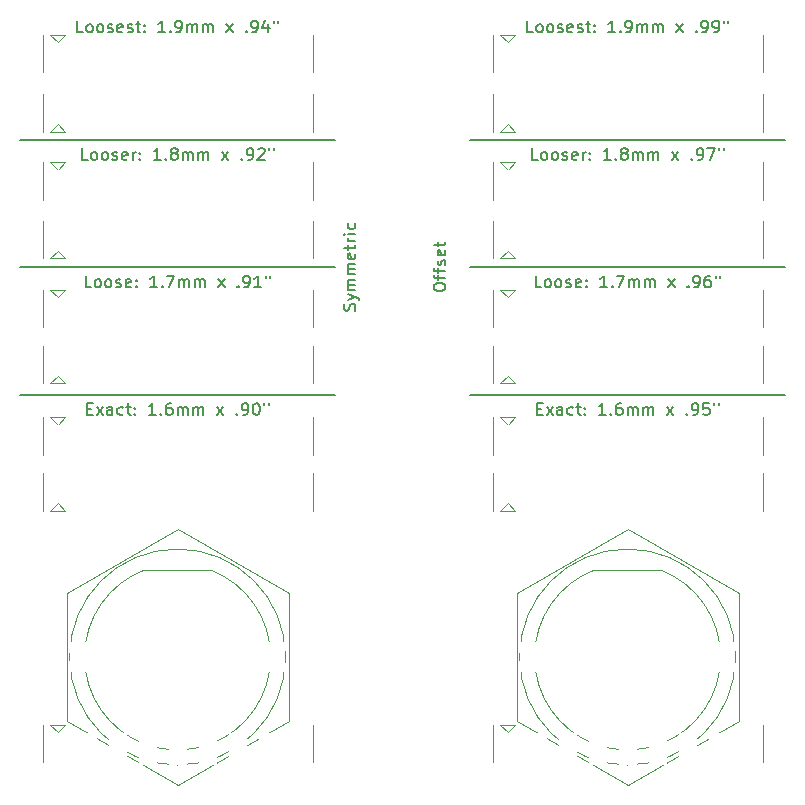
<source format=gbr>
%TF.GenerationSoftware,KiCad,Pcbnew,6.0.11-2627ca5db0~126~ubuntu22.04.1*%
%TF.CreationDate,2023-03-29T10:33:59-07:00*%
%TF.ProjectId,GX16-8P-Horizontal Slot Test,47583136-2d38-4502-9d48-6f72697a6f6e,rev?*%
%TF.SameCoordinates,Original*%
%TF.FileFunction,Legend,Top*%
%TF.FilePolarity,Positive*%
%FSLAX46Y46*%
G04 Gerber Fmt 4.6, Leading zero omitted, Abs format (unit mm)*
G04 Created by KiCad (PCBNEW 6.0.11-2627ca5db0~126~ubuntu22.04.1) date 2023-03-29 10:33:59*
%MOMM*%
%LPD*%
G01*
G04 APERTURE LIST*
%ADD10C,0.150000*%
%ADD11C,0.120000*%
%ADD12C,2.540000*%
%ADD13R,2.540000X2.540000*%
%ADD14R,1.524000X2.794000*%
G04 APERTURE END LIST*
D10*
X145415000Y-60325000D02*
X172085000Y-60325000D01*
X107315000Y-49530000D02*
X133985000Y-49530000D01*
X107315000Y-38735000D02*
X133985000Y-38735000D01*
X107315000Y-60325000D02*
X133985000Y-60325000D01*
X145415000Y-38735000D02*
X172085000Y-38735000D01*
X145415000Y-49530000D02*
X172085000Y-49530000D01*
X142327380Y-51315714D02*
X142327380Y-51125238D01*
X142375000Y-51030000D01*
X142470238Y-50934761D01*
X142660714Y-50887142D01*
X142994047Y-50887142D01*
X143184523Y-50934761D01*
X143279761Y-51030000D01*
X143327380Y-51125238D01*
X143327380Y-51315714D01*
X143279761Y-51410952D01*
X143184523Y-51506190D01*
X142994047Y-51553809D01*
X142660714Y-51553809D01*
X142470238Y-51506190D01*
X142375000Y-51410952D01*
X142327380Y-51315714D01*
X142660714Y-50601428D02*
X142660714Y-50220476D01*
X143327380Y-50458571D02*
X142470238Y-50458571D01*
X142375000Y-50410952D01*
X142327380Y-50315714D01*
X142327380Y-50220476D01*
X142660714Y-50030000D02*
X142660714Y-49649047D01*
X143327380Y-49887142D02*
X142470238Y-49887142D01*
X142375000Y-49839523D01*
X142327380Y-49744285D01*
X142327380Y-49649047D01*
X143279761Y-49363333D02*
X143327380Y-49268095D01*
X143327380Y-49077619D01*
X143279761Y-48982380D01*
X143184523Y-48934761D01*
X143136904Y-48934761D01*
X143041666Y-48982380D01*
X142994047Y-49077619D01*
X142994047Y-49220476D01*
X142946428Y-49315714D01*
X142851190Y-49363333D01*
X142803571Y-49363333D01*
X142708333Y-49315714D01*
X142660714Y-49220476D01*
X142660714Y-49077619D01*
X142708333Y-48982380D01*
X143279761Y-48125238D02*
X143327380Y-48220476D01*
X143327380Y-48410952D01*
X143279761Y-48506190D01*
X143184523Y-48553809D01*
X142803571Y-48553809D01*
X142708333Y-48506190D01*
X142660714Y-48410952D01*
X142660714Y-48220476D01*
X142708333Y-48125238D01*
X142803571Y-48077619D01*
X142898809Y-48077619D01*
X142994047Y-48553809D01*
X142660714Y-47791904D02*
X142660714Y-47410952D01*
X142327380Y-47649047D02*
X143184523Y-47649047D01*
X143279761Y-47601428D01*
X143327380Y-47506190D01*
X143327380Y-47410952D01*
X135659761Y-53220476D02*
X135707380Y-53077619D01*
X135707380Y-52839523D01*
X135659761Y-52744285D01*
X135612142Y-52696666D01*
X135516904Y-52649047D01*
X135421666Y-52649047D01*
X135326428Y-52696666D01*
X135278809Y-52744285D01*
X135231190Y-52839523D01*
X135183571Y-53029999D01*
X135135952Y-53125238D01*
X135088333Y-53172857D01*
X134993095Y-53220476D01*
X134897857Y-53220476D01*
X134802619Y-53172857D01*
X134755000Y-53125238D01*
X134707380Y-53029999D01*
X134707380Y-52791904D01*
X134755000Y-52649047D01*
X135040714Y-52315714D02*
X135707380Y-52077619D01*
X135040714Y-51839523D02*
X135707380Y-52077619D01*
X135945476Y-52172857D01*
X135993095Y-52220476D01*
X136040714Y-52315714D01*
X135707380Y-51458571D02*
X135040714Y-51458571D01*
X135135952Y-51458571D02*
X135088333Y-51410952D01*
X135040714Y-51315714D01*
X135040714Y-51172857D01*
X135088333Y-51077619D01*
X135183571Y-51030000D01*
X135707380Y-51030000D01*
X135183571Y-51030000D02*
X135088333Y-50982380D01*
X135040714Y-50887142D01*
X135040714Y-50744285D01*
X135088333Y-50649047D01*
X135183571Y-50601428D01*
X135707380Y-50601428D01*
X135707380Y-50125238D02*
X135040714Y-50125238D01*
X135135952Y-50125238D02*
X135088333Y-50077619D01*
X135040714Y-49982380D01*
X135040714Y-49839523D01*
X135088333Y-49744285D01*
X135183571Y-49696666D01*
X135707380Y-49696666D01*
X135183571Y-49696666D02*
X135088333Y-49649047D01*
X135040714Y-49553809D01*
X135040714Y-49410952D01*
X135088333Y-49315714D01*
X135183571Y-49268095D01*
X135707380Y-49268095D01*
X135659761Y-48410952D02*
X135707380Y-48506190D01*
X135707380Y-48696666D01*
X135659761Y-48791904D01*
X135564523Y-48839523D01*
X135183571Y-48839523D01*
X135088333Y-48791904D01*
X135040714Y-48696666D01*
X135040714Y-48506190D01*
X135088333Y-48410952D01*
X135183571Y-48363333D01*
X135278809Y-48363333D01*
X135374047Y-48839523D01*
X135040714Y-48077619D02*
X135040714Y-47696666D01*
X134707380Y-47934761D02*
X135564523Y-47934761D01*
X135659761Y-47887142D01*
X135707380Y-47791904D01*
X135707380Y-47696666D01*
X135707380Y-47363333D02*
X135040714Y-47363333D01*
X135231190Y-47363333D02*
X135135952Y-47315714D01*
X135088333Y-47268095D01*
X135040714Y-47172857D01*
X135040714Y-47077619D01*
X135707380Y-46744285D02*
X135040714Y-46744285D01*
X134707380Y-46744285D02*
X134755000Y-46791904D01*
X134802619Y-46744285D01*
X134755000Y-46696666D01*
X134707380Y-46744285D01*
X134802619Y-46744285D01*
X135659761Y-45839523D02*
X135707380Y-45934761D01*
X135707380Y-46125238D01*
X135659761Y-46220476D01*
X135612142Y-46268095D01*
X135516904Y-46315714D01*
X135231190Y-46315714D01*
X135135952Y-46268095D01*
X135088333Y-46220476D01*
X135040714Y-46125238D01*
X135040714Y-45934761D01*
X135088333Y-45839523D01*
X113030952Y-40457380D02*
X112554761Y-40457380D01*
X112554761Y-39457380D01*
X113507142Y-40457380D02*
X113411904Y-40409761D01*
X113364285Y-40362142D01*
X113316666Y-40266904D01*
X113316666Y-39981190D01*
X113364285Y-39885952D01*
X113411904Y-39838333D01*
X113507142Y-39790714D01*
X113650000Y-39790714D01*
X113745238Y-39838333D01*
X113792857Y-39885952D01*
X113840476Y-39981190D01*
X113840476Y-40266904D01*
X113792857Y-40362142D01*
X113745238Y-40409761D01*
X113650000Y-40457380D01*
X113507142Y-40457380D01*
X114411904Y-40457380D02*
X114316666Y-40409761D01*
X114269047Y-40362142D01*
X114221428Y-40266904D01*
X114221428Y-39981190D01*
X114269047Y-39885952D01*
X114316666Y-39838333D01*
X114411904Y-39790714D01*
X114554761Y-39790714D01*
X114650000Y-39838333D01*
X114697619Y-39885952D01*
X114745238Y-39981190D01*
X114745238Y-40266904D01*
X114697619Y-40362142D01*
X114650000Y-40409761D01*
X114554761Y-40457380D01*
X114411904Y-40457380D01*
X115126190Y-40409761D02*
X115221428Y-40457380D01*
X115411904Y-40457380D01*
X115507142Y-40409761D01*
X115554761Y-40314523D01*
X115554761Y-40266904D01*
X115507142Y-40171666D01*
X115411904Y-40124047D01*
X115269047Y-40124047D01*
X115173809Y-40076428D01*
X115126190Y-39981190D01*
X115126190Y-39933571D01*
X115173809Y-39838333D01*
X115269047Y-39790714D01*
X115411904Y-39790714D01*
X115507142Y-39838333D01*
X116364285Y-40409761D02*
X116269047Y-40457380D01*
X116078571Y-40457380D01*
X115983333Y-40409761D01*
X115935714Y-40314523D01*
X115935714Y-39933571D01*
X115983333Y-39838333D01*
X116078571Y-39790714D01*
X116269047Y-39790714D01*
X116364285Y-39838333D01*
X116411904Y-39933571D01*
X116411904Y-40028809D01*
X115935714Y-40124047D01*
X116840476Y-40457380D02*
X116840476Y-39790714D01*
X116840476Y-39981190D02*
X116888095Y-39885952D01*
X116935714Y-39838333D01*
X117030952Y-39790714D01*
X117126190Y-39790714D01*
X117459523Y-40362142D02*
X117507142Y-40409761D01*
X117459523Y-40457380D01*
X117411904Y-40409761D01*
X117459523Y-40362142D01*
X117459523Y-40457380D01*
X117459523Y-39838333D02*
X117507142Y-39885952D01*
X117459523Y-39933571D01*
X117411904Y-39885952D01*
X117459523Y-39838333D01*
X117459523Y-39933571D01*
X119221428Y-40457380D02*
X118650000Y-40457380D01*
X118935714Y-40457380D02*
X118935714Y-39457380D01*
X118840476Y-39600238D01*
X118745238Y-39695476D01*
X118650000Y-39743095D01*
X119650000Y-40362142D02*
X119697619Y-40409761D01*
X119650000Y-40457380D01*
X119602380Y-40409761D01*
X119650000Y-40362142D01*
X119650000Y-40457380D01*
X120269047Y-39885952D02*
X120173809Y-39838333D01*
X120126190Y-39790714D01*
X120078571Y-39695476D01*
X120078571Y-39647857D01*
X120126190Y-39552619D01*
X120173809Y-39505000D01*
X120269047Y-39457380D01*
X120459523Y-39457380D01*
X120554761Y-39505000D01*
X120602380Y-39552619D01*
X120650000Y-39647857D01*
X120650000Y-39695476D01*
X120602380Y-39790714D01*
X120554761Y-39838333D01*
X120459523Y-39885952D01*
X120269047Y-39885952D01*
X120173809Y-39933571D01*
X120126190Y-39981190D01*
X120078571Y-40076428D01*
X120078571Y-40266904D01*
X120126190Y-40362142D01*
X120173809Y-40409761D01*
X120269047Y-40457380D01*
X120459523Y-40457380D01*
X120554761Y-40409761D01*
X120602380Y-40362142D01*
X120650000Y-40266904D01*
X120650000Y-40076428D01*
X120602380Y-39981190D01*
X120554761Y-39933571D01*
X120459523Y-39885952D01*
X121078571Y-40457380D02*
X121078571Y-39790714D01*
X121078571Y-39885952D02*
X121126190Y-39838333D01*
X121221428Y-39790714D01*
X121364285Y-39790714D01*
X121459523Y-39838333D01*
X121507142Y-39933571D01*
X121507142Y-40457380D01*
X121507142Y-39933571D02*
X121554761Y-39838333D01*
X121650000Y-39790714D01*
X121792857Y-39790714D01*
X121888095Y-39838333D01*
X121935714Y-39933571D01*
X121935714Y-40457380D01*
X122411904Y-40457380D02*
X122411904Y-39790714D01*
X122411904Y-39885952D02*
X122459523Y-39838333D01*
X122554761Y-39790714D01*
X122697619Y-39790714D01*
X122792857Y-39838333D01*
X122840476Y-39933571D01*
X122840476Y-40457380D01*
X122840476Y-39933571D02*
X122888095Y-39838333D01*
X122983333Y-39790714D01*
X123126190Y-39790714D01*
X123221428Y-39838333D01*
X123269047Y-39933571D01*
X123269047Y-40457380D01*
X124411904Y-40457380D02*
X124935714Y-39790714D01*
X124411904Y-39790714D02*
X124935714Y-40457380D01*
X126078571Y-40362142D02*
X126126190Y-40409761D01*
X126078571Y-40457380D01*
X126030952Y-40409761D01*
X126078571Y-40362142D01*
X126078571Y-40457380D01*
X126602380Y-40457380D02*
X126792857Y-40457380D01*
X126888095Y-40409761D01*
X126935714Y-40362142D01*
X127030952Y-40219285D01*
X127078571Y-40028809D01*
X127078571Y-39647857D01*
X127030952Y-39552619D01*
X126983333Y-39505000D01*
X126888095Y-39457380D01*
X126697619Y-39457380D01*
X126602380Y-39505000D01*
X126554761Y-39552619D01*
X126507142Y-39647857D01*
X126507142Y-39885952D01*
X126554761Y-39981190D01*
X126602380Y-40028809D01*
X126697619Y-40076428D01*
X126888095Y-40076428D01*
X126983333Y-40028809D01*
X127030952Y-39981190D01*
X127078571Y-39885952D01*
X127459523Y-39552619D02*
X127507142Y-39505000D01*
X127602380Y-39457380D01*
X127840476Y-39457380D01*
X127935714Y-39505000D01*
X127983333Y-39552619D01*
X128030952Y-39647857D01*
X128030952Y-39743095D01*
X127983333Y-39885952D01*
X127411904Y-40457380D01*
X128030952Y-40457380D01*
X128411904Y-39457380D02*
X128411904Y-39647857D01*
X128792857Y-39457380D02*
X128792857Y-39647857D01*
X151440476Y-51252380D02*
X150964285Y-51252380D01*
X150964285Y-50252380D01*
X151916666Y-51252380D02*
X151821428Y-51204761D01*
X151773809Y-51157142D01*
X151726190Y-51061904D01*
X151726190Y-50776190D01*
X151773809Y-50680952D01*
X151821428Y-50633333D01*
X151916666Y-50585714D01*
X152059523Y-50585714D01*
X152154761Y-50633333D01*
X152202380Y-50680952D01*
X152250000Y-50776190D01*
X152250000Y-51061904D01*
X152202380Y-51157142D01*
X152154761Y-51204761D01*
X152059523Y-51252380D01*
X151916666Y-51252380D01*
X152821428Y-51252380D02*
X152726190Y-51204761D01*
X152678571Y-51157142D01*
X152630952Y-51061904D01*
X152630952Y-50776190D01*
X152678571Y-50680952D01*
X152726190Y-50633333D01*
X152821428Y-50585714D01*
X152964285Y-50585714D01*
X153059523Y-50633333D01*
X153107142Y-50680952D01*
X153154761Y-50776190D01*
X153154761Y-51061904D01*
X153107142Y-51157142D01*
X153059523Y-51204761D01*
X152964285Y-51252380D01*
X152821428Y-51252380D01*
X153535714Y-51204761D02*
X153630952Y-51252380D01*
X153821428Y-51252380D01*
X153916666Y-51204761D01*
X153964285Y-51109523D01*
X153964285Y-51061904D01*
X153916666Y-50966666D01*
X153821428Y-50919047D01*
X153678571Y-50919047D01*
X153583333Y-50871428D01*
X153535714Y-50776190D01*
X153535714Y-50728571D01*
X153583333Y-50633333D01*
X153678571Y-50585714D01*
X153821428Y-50585714D01*
X153916666Y-50633333D01*
X154773809Y-51204761D02*
X154678571Y-51252380D01*
X154488095Y-51252380D01*
X154392857Y-51204761D01*
X154345238Y-51109523D01*
X154345238Y-50728571D01*
X154392857Y-50633333D01*
X154488095Y-50585714D01*
X154678571Y-50585714D01*
X154773809Y-50633333D01*
X154821428Y-50728571D01*
X154821428Y-50823809D01*
X154345238Y-50919047D01*
X155250000Y-51157142D02*
X155297619Y-51204761D01*
X155250000Y-51252380D01*
X155202380Y-51204761D01*
X155250000Y-51157142D01*
X155250000Y-51252380D01*
X155250000Y-50633333D02*
X155297619Y-50680952D01*
X155250000Y-50728571D01*
X155202380Y-50680952D01*
X155250000Y-50633333D01*
X155250000Y-50728571D01*
X157011904Y-51252380D02*
X156440476Y-51252380D01*
X156726190Y-51252380D02*
X156726190Y-50252380D01*
X156630952Y-50395238D01*
X156535714Y-50490476D01*
X156440476Y-50538095D01*
X157440476Y-51157142D02*
X157488095Y-51204761D01*
X157440476Y-51252380D01*
X157392857Y-51204761D01*
X157440476Y-51157142D01*
X157440476Y-51252380D01*
X157821428Y-50252380D02*
X158488095Y-50252380D01*
X158059523Y-51252380D01*
X158869047Y-51252380D02*
X158869047Y-50585714D01*
X158869047Y-50680952D02*
X158916666Y-50633333D01*
X159011904Y-50585714D01*
X159154761Y-50585714D01*
X159250000Y-50633333D01*
X159297619Y-50728571D01*
X159297619Y-51252380D01*
X159297619Y-50728571D02*
X159345238Y-50633333D01*
X159440476Y-50585714D01*
X159583333Y-50585714D01*
X159678571Y-50633333D01*
X159726190Y-50728571D01*
X159726190Y-51252380D01*
X160202380Y-51252380D02*
X160202380Y-50585714D01*
X160202380Y-50680952D02*
X160250000Y-50633333D01*
X160345238Y-50585714D01*
X160488095Y-50585714D01*
X160583333Y-50633333D01*
X160630952Y-50728571D01*
X160630952Y-51252380D01*
X160630952Y-50728571D02*
X160678571Y-50633333D01*
X160773809Y-50585714D01*
X160916666Y-50585714D01*
X161011904Y-50633333D01*
X161059523Y-50728571D01*
X161059523Y-51252380D01*
X162202380Y-51252380D02*
X162726190Y-50585714D01*
X162202380Y-50585714D02*
X162726190Y-51252380D01*
X163869047Y-51157142D02*
X163916666Y-51204761D01*
X163869047Y-51252380D01*
X163821428Y-51204761D01*
X163869047Y-51157142D01*
X163869047Y-51252380D01*
X164392857Y-51252380D02*
X164583333Y-51252380D01*
X164678571Y-51204761D01*
X164726190Y-51157142D01*
X164821428Y-51014285D01*
X164869047Y-50823809D01*
X164869047Y-50442857D01*
X164821428Y-50347619D01*
X164773809Y-50300000D01*
X164678571Y-50252380D01*
X164488095Y-50252380D01*
X164392857Y-50300000D01*
X164345238Y-50347619D01*
X164297619Y-50442857D01*
X164297619Y-50680952D01*
X164345238Y-50776190D01*
X164392857Y-50823809D01*
X164488095Y-50871428D01*
X164678571Y-50871428D01*
X164773809Y-50823809D01*
X164821428Y-50776190D01*
X164869047Y-50680952D01*
X165726190Y-50252380D02*
X165535714Y-50252380D01*
X165440476Y-50300000D01*
X165392857Y-50347619D01*
X165297619Y-50490476D01*
X165250000Y-50680952D01*
X165250000Y-51061904D01*
X165297619Y-51157142D01*
X165345238Y-51204761D01*
X165440476Y-51252380D01*
X165630952Y-51252380D01*
X165726190Y-51204761D01*
X165773809Y-51157142D01*
X165821428Y-51061904D01*
X165821428Y-50823809D01*
X165773809Y-50728571D01*
X165726190Y-50680952D01*
X165630952Y-50633333D01*
X165440476Y-50633333D01*
X165345238Y-50680952D01*
X165297619Y-50728571D01*
X165250000Y-50823809D01*
X166202380Y-50252380D02*
X166202380Y-50442857D01*
X166583333Y-50252380D02*
X166583333Y-50442857D01*
X150750000Y-29662380D02*
X150273809Y-29662380D01*
X150273809Y-28662380D01*
X151226190Y-29662380D02*
X151130952Y-29614761D01*
X151083333Y-29567142D01*
X151035714Y-29471904D01*
X151035714Y-29186190D01*
X151083333Y-29090952D01*
X151130952Y-29043333D01*
X151226190Y-28995714D01*
X151369047Y-28995714D01*
X151464285Y-29043333D01*
X151511904Y-29090952D01*
X151559523Y-29186190D01*
X151559523Y-29471904D01*
X151511904Y-29567142D01*
X151464285Y-29614761D01*
X151369047Y-29662380D01*
X151226190Y-29662380D01*
X152130952Y-29662380D02*
X152035714Y-29614761D01*
X151988095Y-29567142D01*
X151940476Y-29471904D01*
X151940476Y-29186190D01*
X151988095Y-29090952D01*
X152035714Y-29043333D01*
X152130952Y-28995714D01*
X152273809Y-28995714D01*
X152369047Y-29043333D01*
X152416666Y-29090952D01*
X152464285Y-29186190D01*
X152464285Y-29471904D01*
X152416666Y-29567142D01*
X152369047Y-29614761D01*
X152273809Y-29662380D01*
X152130952Y-29662380D01*
X152845238Y-29614761D02*
X152940476Y-29662380D01*
X153130952Y-29662380D01*
X153226190Y-29614761D01*
X153273809Y-29519523D01*
X153273809Y-29471904D01*
X153226190Y-29376666D01*
X153130952Y-29329047D01*
X152988095Y-29329047D01*
X152892857Y-29281428D01*
X152845238Y-29186190D01*
X152845238Y-29138571D01*
X152892857Y-29043333D01*
X152988095Y-28995714D01*
X153130952Y-28995714D01*
X153226190Y-29043333D01*
X154083333Y-29614761D02*
X153988095Y-29662380D01*
X153797619Y-29662380D01*
X153702380Y-29614761D01*
X153654761Y-29519523D01*
X153654761Y-29138571D01*
X153702380Y-29043333D01*
X153797619Y-28995714D01*
X153988095Y-28995714D01*
X154083333Y-29043333D01*
X154130952Y-29138571D01*
X154130952Y-29233809D01*
X153654761Y-29329047D01*
X154511904Y-29614761D02*
X154607142Y-29662380D01*
X154797619Y-29662380D01*
X154892857Y-29614761D01*
X154940476Y-29519523D01*
X154940476Y-29471904D01*
X154892857Y-29376666D01*
X154797619Y-29329047D01*
X154654761Y-29329047D01*
X154559523Y-29281428D01*
X154511904Y-29186190D01*
X154511904Y-29138571D01*
X154559523Y-29043333D01*
X154654761Y-28995714D01*
X154797619Y-28995714D01*
X154892857Y-29043333D01*
X155226190Y-28995714D02*
X155607142Y-28995714D01*
X155369047Y-28662380D02*
X155369047Y-29519523D01*
X155416666Y-29614761D01*
X155511904Y-29662380D01*
X155607142Y-29662380D01*
X155940476Y-29567142D02*
X155988095Y-29614761D01*
X155940476Y-29662380D01*
X155892857Y-29614761D01*
X155940476Y-29567142D01*
X155940476Y-29662380D01*
X155940476Y-29043333D02*
X155988095Y-29090952D01*
X155940476Y-29138571D01*
X155892857Y-29090952D01*
X155940476Y-29043333D01*
X155940476Y-29138571D01*
X157702380Y-29662380D02*
X157130952Y-29662380D01*
X157416666Y-29662380D02*
X157416666Y-28662380D01*
X157321428Y-28805238D01*
X157226190Y-28900476D01*
X157130952Y-28948095D01*
X158130952Y-29567142D02*
X158178571Y-29614761D01*
X158130952Y-29662380D01*
X158083333Y-29614761D01*
X158130952Y-29567142D01*
X158130952Y-29662380D01*
X158654761Y-29662380D02*
X158845238Y-29662380D01*
X158940476Y-29614761D01*
X158988095Y-29567142D01*
X159083333Y-29424285D01*
X159130952Y-29233809D01*
X159130952Y-28852857D01*
X159083333Y-28757619D01*
X159035714Y-28710000D01*
X158940476Y-28662380D01*
X158750000Y-28662380D01*
X158654761Y-28710000D01*
X158607142Y-28757619D01*
X158559523Y-28852857D01*
X158559523Y-29090952D01*
X158607142Y-29186190D01*
X158654761Y-29233809D01*
X158750000Y-29281428D01*
X158940476Y-29281428D01*
X159035714Y-29233809D01*
X159083333Y-29186190D01*
X159130952Y-29090952D01*
X159559523Y-29662380D02*
X159559523Y-28995714D01*
X159559523Y-29090952D02*
X159607142Y-29043333D01*
X159702380Y-28995714D01*
X159845238Y-28995714D01*
X159940476Y-29043333D01*
X159988095Y-29138571D01*
X159988095Y-29662380D01*
X159988095Y-29138571D02*
X160035714Y-29043333D01*
X160130952Y-28995714D01*
X160273809Y-28995714D01*
X160369047Y-29043333D01*
X160416666Y-29138571D01*
X160416666Y-29662380D01*
X160892857Y-29662380D02*
X160892857Y-28995714D01*
X160892857Y-29090952D02*
X160940476Y-29043333D01*
X161035714Y-28995714D01*
X161178571Y-28995714D01*
X161273809Y-29043333D01*
X161321428Y-29138571D01*
X161321428Y-29662380D01*
X161321428Y-29138571D02*
X161369047Y-29043333D01*
X161464285Y-28995714D01*
X161607142Y-28995714D01*
X161702380Y-29043333D01*
X161750000Y-29138571D01*
X161750000Y-29662380D01*
X162892857Y-29662380D02*
X163416666Y-28995714D01*
X162892857Y-28995714D02*
X163416666Y-29662380D01*
X164559523Y-29567142D02*
X164607142Y-29614761D01*
X164559523Y-29662380D01*
X164511904Y-29614761D01*
X164559523Y-29567142D01*
X164559523Y-29662380D01*
X165083333Y-29662380D02*
X165273809Y-29662380D01*
X165369047Y-29614761D01*
X165416666Y-29567142D01*
X165511904Y-29424285D01*
X165559523Y-29233809D01*
X165559523Y-28852857D01*
X165511904Y-28757619D01*
X165464285Y-28710000D01*
X165369047Y-28662380D01*
X165178571Y-28662380D01*
X165083333Y-28710000D01*
X165035714Y-28757619D01*
X164988095Y-28852857D01*
X164988095Y-29090952D01*
X165035714Y-29186190D01*
X165083333Y-29233809D01*
X165178571Y-29281428D01*
X165369047Y-29281428D01*
X165464285Y-29233809D01*
X165511904Y-29186190D01*
X165559523Y-29090952D01*
X166035714Y-29662380D02*
X166226190Y-29662380D01*
X166321428Y-29614761D01*
X166369047Y-29567142D01*
X166464285Y-29424285D01*
X166511904Y-29233809D01*
X166511904Y-28852857D01*
X166464285Y-28757619D01*
X166416666Y-28710000D01*
X166321428Y-28662380D01*
X166130952Y-28662380D01*
X166035714Y-28710000D01*
X165988095Y-28757619D01*
X165940476Y-28852857D01*
X165940476Y-29090952D01*
X165988095Y-29186190D01*
X166035714Y-29233809D01*
X166130952Y-29281428D01*
X166321428Y-29281428D01*
X166416666Y-29233809D01*
X166464285Y-29186190D01*
X166511904Y-29090952D01*
X166892857Y-28662380D02*
X166892857Y-28852857D01*
X167273809Y-28662380D02*
X167273809Y-28852857D01*
X151083333Y-61523571D02*
X151416666Y-61523571D01*
X151559523Y-62047380D02*
X151083333Y-62047380D01*
X151083333Y-61047380D01*
X151559523Y-61047380D01*
X151892857Y-62047380D02*
X152416666Y-61380714D01*
X151892857Y-61380714D02*
X152416666Y-62047380D01*
X153226190Y-62047380D02*
X153226190Y-61523571D01*
X153178571Y-61428333D01*
X153083333Y-61380714D01*
X152892857Y-61380714D01*
X152797619Y-61428333D01*
X153226190Y-61999761D02*
X153130952Y-62047380D01*
X152892857Y-62047380D01*
X152797619Y-61999761D01*
X152750000Y-61904523D01*
X152750000Y-61809285D01*
X152797619Y-61714047D01*
X152892857Y-61666428D01*
X153130952Y-61666428D01*
X153226190Y-61618809D01*
X154130952Y-61999761D02*
X154035714Y-62047380D01*
X153845238Y-62047380D01*
X153750000Y-61999761D01*
X153702380Y-61952142D01*
X153654761Y-61856904D01*
X153654761Y-61571190D01*
X153702380Y-61475952D01*
X153750000Y-61428333D01*
X153845238Y-61380714D01*
X154035714Y-61380714D01*
X154130952Y-61428333D01*
X154416666Y-61380714D02*
X154797619Y-61380714D01*
X154559523Y-61047380D02*
X154559523Y-61904523D01*
X154607142Y-61999761D01*
X154702380Y-62047380D01*
X154797619Y-62047380D01*
X155130952Y-61952142D02*
X155178571Y-61999761D01*
X155130952Y-62047380D01*
X155083333Y-61999761D01*
X155130952Y-61952142D01*
X155130952Y-62047380D01*
X155130952Y-61428333D02*
X155178571Y-61475952D01*
X155130952Y-61523571D01*
X155083333Y-61475952D01*
X155130952Y-61428333D01*
X155130952Y-61523571D01*
X156892857Y-62047380D02*
X156321428Y-62047380D01*
X156607142Y-62047380D02*
X156607142Y-61047380D01*
X156511904Y-61190238D01*
X156416666Y-61285476D01*
X156321428Y-61333095D01*
X157321428Y-61952142D02*
X157369047Y-61999761D01*
X157321428Y-62047380D01*
X157273809Y-61999761D01*
X157321428Y-61952142D01*
X157321428Y-62047380D01*
X158226190Y-61047380D02*
X158035714Y-61047380D01*
X157940476Y-61095000D01*
X157892857Y-61142619D01*
X157797619Y-61285476D01*
X157750000Y-61475952D01*
X157750000Y-61856904D01*
X157797619Y-61952142D01*
X157845238Y-61999761D01*
X157940476Y-62047380D01*
X158130952Y-62047380D01*
X158226190Y-61999761D01*
X158273809Y-61952142D01*
X158321428Y-61856904D01*
X158321428Y-61618809D01*
X158273809Y-61523571D01*
X158226190Y-61475952D01*
X158130952Y-61428333D01*
X157940476Y-61428333D01*
X157845238Y-61475952D01*
X157797619Y-61523571D01*
X157750000Y-61618809D01*
X158750000Y-62047380D02*
X158750000Y-61380714D01*
X158750000Y-61475952D02*
X158797619Y-61428333D01*
X158892857Y-61380714D01*
X159035714Y-61380714D01*
X159130952Y-61428333D01*
X159178571Y-61523571D01*
X159178571Y-62047380D01*
X159178571Y-61523571D02*
X159226190Y-61428333D01*
X159321428Y-61380714D01*
X159464285Y-61380714D01*
X159559523Y-61428333D01*
X159607142Y-61523571D01*
X159607142Y-62047380D01*
X160083333Y-62047380D02*
X160083333Y-61380714D01*
X160083333Y-61475952D02*
X160130952Y-61428333D01*
X160226190Y-61380714D01*
X160369047Y-61380714D01*
X160464285Y-61428333D01*
X160511904Y-61523571D01*
X160511904Y-62047380D01*
X160511904Y-61523571D02*
X160559523Y-61428333D01*
X160654761Y-61380714D01*
X160797619Y-61380714D01*
X160892857Y-61428333D01*
X160940476Y-61523571D01*
X160940476Y-62047380D01*
X162083333Y-62047380D02*
X162607142Y-61380714D01*
X162083333Y-61380714D02*
X162607142Y-62047380D01*
X163750000Y-61952142D02*
X163797619Y-61999761D01*
X163750000Y-62047380D01*
X163702380Y-61999761D01*
X163750000Y-61952142D01*
X163750000Y-62047380D01*
X164273809Y-62047380D02*
X164464285Y-62047380D01*
X164559523Y-61999761D01*
X164607142Y-61952142D01*
X164702380Y-61809285D01*
X164750000Y-61618809D01*
X164750000Y-61237857D01*
X164702380Y-61142619D01*
X164654761Y-61095000D01*
X164559523Y-61047380D01*
X164369047Y-61047380D01*
X164273809Y-61095000D01*
X164226190Y-61142619D01*
X164178571Y-61237857D01*
X164178571Y-61475952D01*
X164226190Y-61571190D01*
X164273809Y-61618809D01*
X164369047Y-61666428D01*
X164559523Y-61666428D01*
X164654761Y-61618809D01*
X164702380Y-61571190D01*
X164750000Y-61475952D01*
X165654761Y-61047380D02*
X165178571Y-61047380D01*
X165130952Y-61523571D01*
X165178571Y-61475952D01*
X165273809Y-61428333D01*
X165511904Y-61428333D01*
X165607142Y-61475952D01*
X165654761Y-61523571D01*
X165702380Y-61618809D01*
X165702380Y-61856904D01*
X165654761Y-61952142D01*
X165607142Y-61999761D01*
X165511904Y-62047380D01*
X165273809Y-62047380D01*
X165178571Y-61999761D01*
X165130952Y-61952142D01*
X166083333Y-61047380D02*
X166083333Y-61237857D01*
X166464285Y-61047380D02*
X166464285Y-61237857D01*
X112650000Y-29662380D02*
X112173809Y-29662380D01*
X112173809Y-28662380D01*
X113126190Y-29662380D02*
X113030952Y-29614761D01*
X112983333Y-29567142D01*
X112935714Y-29471904D01*
X112935714Y-29186190D01*
X112983333Y-29090952D01*
X113030952Y-29043333D01*
X113126190Y-28995714D01*
X113269047Y-28995714D01*
X113364285Y-29043333D01*
X113411904Y-29090952D01*
X113459523Y-29186190D01*
X113459523Y-29471904D01*
X113411904Y-29567142D01*
X113364285Y-29614761D01*
X113269047Y-29662380D01*
X113126190Y-29662380D01*
X114030952Y-29662380D02*
X113935714Y-29614761D01*
X113888095Y-29567142D01*
X113840476Y-29471904D01*
X113840476Y-29186190D01*
X113888095Y-29090952D01*
X113935714Y-29043333D01*
X114030952Y-28995714D01*
X114173809Y-28995714D01*
X114269047Y-29043333D01*
X114316666Y-29090952D01*
X114364285Y-29186190D01*
X114364285Y-29471904D01*
X114316666Y-29567142D01*
X114269047Y-29614761D01*
X114173809Y-29662380D01*
X114030952Y-29662380D01*
X114745238Y-29614761D02*
X114840476Y-29662380D01*
X115030952Y-29662380D01*
X115126190Y-29614761D01*
X115173809Y-29519523D01*
X115173809Y-29471904D01*
X115126190Y-29376666D01*
X115030952Y-29329047D01*
X114888095Y-29329047D01*
X114792857Y-29281428D01*
X114745238Y-29186190D01*
X114745238Y-29138571D01*
X114792857Y-29043333D01*
X114888095Y-28995714D01*
X115030952Y-28995714D01*
X115126190Y-29043333D01*
X115983333Y-29614761D02*
X115888095Y-29662380D01*
X115697619Y-29662380D01*
X115602380Y-29614761D01*
X115554761Y-29519523D01*
X115554761Y-29138571D01*
X115602380Y-29043333D01*
X115697619Y-28995714D01*
X115888095Y-28995714D01*
X115983333Y-29043333D01*
X116030952Y-29138571D01*
X116030952Y-29233809D01*
X115554761Y-29329047D01*
X116411904Y-29614761D02*
X116507142Y-29662380D01*
X116697619Y-29662380D01*
X116792857Y-29614761D01*
X116840476Y-29519523D01*
X116840476Y-29471904D01*
X116792857Y-29376666D01*
X116697619Y-29329047D01*
X116554761Y-29329047D01*
X116459523Y-29281428D01*
X116411904Y-29186190D01*
X116411904Y-29138571D01*
X116459523Y-29043333D01*
X116554761Y-28995714D01*
X116697619Y-28995714D01*
X116792857Y-29043333D01*
X117126190Y-28995714D02*
X117507142Y-28995714D01*
X117269047Y-28662380D02*
X117269047Y-29519523D01*
X117316666Y-29614761D01*
X117411904Y-29662380D01*
X117507142Y-29662380D01*
X117840476Y-29567142D02*
X117888095Y-29614761D01*
X117840476Y-29662380D01*
X117792857Y-29614761D01*
X117840476Y-29567142D01*
X117840476Y-29662380D01*
X117840476Y-29043333D02*
X117888095Y-29090952D01*
X117840476Y-29138571D01*
X117792857Y-29090952D01*
X117840476Y-29043333D01*
X117840476Y-29138571D01*
X119602380Y-29662380D02*
X119030952Y-29662380D01*
X119316666Y-29662380D02*
X119316666Y-28662380D01*
X119221428Y-28805238D01*
X119126190Y-28900476D01*
X119030952Y-28948095D01*
X120030952Y-29567142D02*
X120078571Y-29614761D01*
X120030952Y-29662380D01*
X119983333Y-29614761D01*
X120030952Y-29567142D01*
X120030952Y-29662380D01*
X120554761Y-29662380D02*
X120745238Y-29662380D01*
X120840476Y-29614761D01*
X120888095Y-29567142D01*
X120983333Y-29424285D01*
X121030952Y-29233809D01*
X121030952Y-28852857D01*
X120983333Y-28757619D01*
X120935714Y-28710000D01*
X120840476Y-28662380D01*
X120650000Y-28662380D01*
X120554761Y-28710000D01*
X120507142Y-28757619D01*
X120459523Y-28852857D01*
X120459523Y-29090952D01*
X120507142Y-29186190D01*
X120554761Y-29233809D01*
X120650000Y-29281428D01*
X120840476Y-29281428D01*
X120935714Y-29233809D01*
X120983333Y-29186190D01*
X121030952Y-29090952D01*
X121459523Y-29662380D02*
X121459523Y-28995714D01*
X121459523Y-29090952D02*
X121507142Y-29043333D01*
X121602380Y-28995714D01*
X121745238Y-28995714D01*
X121840476Y-29043333D01*
X121888095Y-29138571D01*
X121888095Y-29662380D01*
X121888095Y-29138571D02*
X121935714Y-29043333D01*
X122030952Y-28995714D01*
X122173809Y-28995714D01*
X122269047Y-29043333D01*
X122316666Y-29138571D01*
X122316666Y-29662380D01*
X122792857Y-29662380D02*
X122792857Y-28995714D01*
X122792857Y-29090952D02*
X122840476Y-29043333D01*
X122935714Y-28995714D01*
X123078571Y-28995714D01*
X123173809Y-29043333D01*
X123221428Y-29138571D01*
X123221428Y-29662380D01*
X123221428Y-29138571D02*
X123269047Y-29043333D01*
X123364285Y-28995714D01*
X123507142Y-28995714D01*
X123602380Y-29043333D01*
X123650000Y-29138571D01*
X123650000Y-29662380D01*
X124792857Y-29662380D02*
X125316666Y-28995714D01*
X124792857Y-28995714D02*
X125316666Y-29662380D01*
X126459523Y-29567142D02*
X126507142Y-29614761D01*
X126459523Y-29662380D01*
X126411904Y-29614761D01*
X126459523Y-29567142D01*
X126459523Y-29662380D01*
X126983333Y-29662380D02*
X127173809Y-29662380D01*
X127269047Y-29614761D01*
X127316666Y-29567142D01*
X127411904Y-29424285D01*
X127459523Y-29233809D01*
X127459523Y-28852857D01*
X127411904Y-28757619D01*
X127364285Y-28710000D01*
X127269047Y-28662380D01*
X127078571Y-28662380D01*
X126983333Y-28710000D01*
X126935714Y-28757619D01*
X126888095Y-28852857D01*
X126888095Y-29090952D01*
X126935714Y-29186190D01*
X126983333Y-29233809D01*
X127078571Y-29281428D01*
X127269047Y-29281428D01*
X127364285Y-29233809D01*
X127411904Y-29186190D01*
X127459523Y-29090952D01*
X128316666Y-28995714D02*
X128316666Y-29662380D01*
X128078571Y-28614761D02*
X127840476Y-29329047D01*
X128459523Y-29329047D01*
X128792857Y-28662380D02*
X128792857Y-28852857D01*
X129173809Y-28662380D02*
X129173809Y-28852857D01*
X113340476Y-51252380D02*
X112864285Y-51252380D01*
X112864285Y-50252380D01*
X113816666Y-51252380D02*
X113721428Y-51204761D01*
X113673809Y-51157142D01*
X113626190Y-51061904D01*
X113626190Y-50776190D01*
X113673809Y-50680952D01*
X113721428Y-50633333D01*
X113816666Y-50585714D01*
X113959523Y-50585714D01*
X114054761Y-50633333D01*
X114102380Y-50680952D01*
X114150000Y-50776190D01*
X114150000Y-51061904D01*
X114102380Y-51157142D01*
X114054761Y-51204761D01*
X113959523Y-51252380D01*
X113816666Y-51252380D01*
X114721428Y-51252380D02*
X114626190Y-51204761D01*
X114578571Y-51157142D01*
X114530952Y-51061904D01*
X114530952Y-50776190D01*
X114578571Y-50680952D01*
X114626190Y-50633333D01*
X114721428Y-50585714D01*
X114864285Y-50585714D01*
X114959523Y-50633333D01*
X115007142Y-50680952D01*
X115054761Y-50776190D01*
X115054761Y-51061904D01*
X115007142Y-51157142D01*
X114959523Y-51204761D01*
X114864285Y-51252380D01*
X114721428Y-51252380D01*
X115435714Y-51204761D02*
X115530952Y-51252380D01*
X115721428Y-51252380D01*
X115816666Y-51204761D01*
X115864285Y-51109523D01*
X115864285Y-51061904D01*
X115816666Y-50966666D01*
X115721428Y-50919047D01*
X115578571Y-50919047D01*
X115483333Y-50871428D01*
X115435714Y-50776190D01*
X115435714Y-50728571D01*
X115483333Y-50633333D01*
X115578571Y-50585714D01*
X115721428Y-50585714D01*
X115816666Y-50633333D01*
X116673809Y-51204761D02*
X116578571Y-51252380D01*
X116388095Y-51252380D01*
X116292857Y-51204761D01*
X116245238Y-51109523D01*
X116245238Y-50728571D01*
X116292857Y-50633333D01*
X116388095Y-50585714D01*
X116578571Y-50585714D01*
X116673809Y-50633333D01*
X116721428Y-50728571D01*
X116721428Y-50823809D01*
X116245238Y-50919047D01*
X117150000Y-51157142D02*
X117197619Y-51204761D01*
X117150000Y-51252380D01*
X117102380Y-51204761D01*
X117150000Y-51157142D01*
X117150000Y-51252380D01*
X117150000Y-50633333D02*
X117197619Y-50680952D01*
X117150000Y-50728571D01*
X117102380Y-50680952D01*
X117150000Y-50633333D01*
X117150000Y-50728571D01*
X118911904Y-51252380D02*
X118340476Y-51252380D01*
X118626190Y-51252380D02*
X118626190Y-50252380D01*
X118530952Y-50395238D01*
X118435714Y-50490476D01*
X118340476Y-50538095D01*
X119340476Y-51157142D02*
X119388095Y-51204761D01*
X119340476Y-51252380D01*
X119292857Y-51204761D01*
X119340476Y-51157142D01*
X119340476Y-51252380D01*
X119721428Y-50252380D02*
X120388095Y-50252380D01*
X119959523Y-51252380D01*
X120769047Y-51252380D02*
X120769047Y-50585714D01*
X120769047Y-50680952D02*
X120816666Y-50633333D01*
X120911904Y-50585714D01*
X121054761Y-50585714D01*
X121150000Y-50633333D01*
X121197619Y-50728571D01*
X121197619Y-51252380D01*
X121197619Y-50728571D02*
X121245238Y-50633333D01*
X121340476Y-50585714D01*
X121483333Y-50585714D01*
X121578571Y-50633333D01*
X121626190Y-50728571D01*
X121626190Y-51252380D01*
X122102380Y-51252380D02*
X122102380Y-50585714D01*
X122102380Y-50680952D02*
X122150000Y-50633333D01*
X122245238Y-50585714D01*
X122388095Y-50585714D01*
X122483333Y-50633333D01*
X122530952Y-50728571D01*
X122530952Y-51252380D01*
X122530952Y-50728571D02*
X122578571Y-50633333D01*
X122673809Y-50585714D01*
X122816666Y-50585714D01*
X122911904Y-50633333D01*
X122959523Y-50728571D01*
X122959523Y-51252380D01*
X124102380Y-51252380D02*
X124626190Y-50585714D01*
X124102380Y-50585714D02*
X124626190Y-51252380D01*
X125769047Y-51157142D02*
X125816666Y-51204761D01*
X125769047Y-51252380D01*
X125721428Y-51204761D01*
X125769047Y-51157142D01*
X125769047Y-51252380D01*
X126292857Y-51252380D02*
X126483333Y-51252380D01*
X126578571Y-51204761D01*
X126626190Y-51157142D01*
X126721428Y-51014285D01*
X126769047Y-50823809D01*
X126769047Y-50442857D01*
X126721428Y-50347619D01*
X126673809Y-50300000D01*
X126578571Y-50252380D01*
X126388095Y-50252380D01*
X126292857Y-50300000D01*
X126245238Y-50347619D01*
X126197619Y-50442857D01*
X126197619Y-50680952D01*
X126245238Y-50776190D01*
X126292857Y-50823809D01*
X126388095Y-50871428D01*
X126578571Y-50871428D01*
X126673809Y-50823809D01*
X126721428Y-50776190D01*
X126769047Y-50680952D01*
X127721428Y-51252380D02*
X127150000Y-51252380D01*
X127435714Y-51252380D02*
X127435714Y-50252380D01*
X127340476Y-50395238D01*
X127245238Y-50490476D01*
X127150000Y-50538095D01*
X128102380Y-50252380D02*
X128102380Y-50442857D01*
X128483333Y-50252380D02*
X128483333Y-50442857D01*
X151130952Y-40457380D02*
X150654761Y-40457380D01*
X150654761Y-39457380D01*
X151607142Y-40457380D02*
X151511904Y-40409761D01*
X151464285Y-40362142D01*
X151416666Y-40266904D01*
X151416666Y-39981190D01*
X151464285Y-39885952D01*
X151511904Y-39838333D01*
X151607142Y-39790714D01*
X151750000Y-39790714D01*
X151845238Y-39838333D01*
X151892857Y-39885952D01*
X151940476Y-39981190D01*
X151940476Y-40266904D01*
X151892857Y-40362142D01*
X151845238Y-40409761D01*
X151750000Y-40457380D01*
X151607142Y-40457380D01*
X152511904Y-40457380D02*
X152416666Y-40409761D01*
X152369047Y-40362142D01*
X152321428Y-40266904D01*
X152321428Y-39981190D01*
X152369047Y-39885952D01*
X152416666Y-39838333D01*
X152511904Y-39790714D01*
X152654761Y-39790714D01*
X152750000Y-39838333D01*
X152797619Y-39885952D01*
X152845238Y-39981190D01*
X152845238Y-40266904D01*
X152797619Y-40362142D01*
X152750000Y-40409761D01*
X152654761Y-40457380D01*
X152511904Y-40457380D01*
X153226190Y-40409761D02*
X153321428Y-40457380D01*
X153511904Y-40457380D01*
X153607142Y-40409761D01*
X153654761Y-40314523D01*
X153654761Y-40266904D01*
X153607142Y-40171666D01*
X153511904Y-40124047D01*
X153369047Y-40124047D01*
X153273809Y-40076428D01*
X153226190Y-39981190D01*
X153226190Y-39933571D01*
X153273809Y-39838333D01*
X153369047Y-39790714D01*
X153511904Y-39790714D01*
X153607142Y-39838333D01*
X154464285Y-40409761D02*
X154369047Y-40457380D01*
X154178571Y-40457380D01*
X154083333Y-40409761D01*
X154035714Y-40314523D01*
X154035714Y-39933571D01*
X154083333Y-39838333D01*
X154178571Y-39790714D01*
X154369047Y-39790714D01*
X154464285Y-39838333D01*
X154511904Y-39933571D01*
X154511904Y-40028809D01*
X154035714Y-40124047D01*
X154940476Y-40457380D02*
X154940476Y-39790714D01*
X154940476Y-39981190D02*
X154988095Y-39885952D01*
X155035714Y-39838333D01*
X155130952Y-39790714D01*
X155226190Y-39790714D01*
X155559523Y-40362142D02*
X155607142Y-40409761D01*
X155559523Y-40457380D01*
X155511904Y-40409761D01*
X155559523Y-40362142D01*
X155559523Y-40457380D01*
X155559523Y-39838333D02*
X155607142Y-39885952D01*
X155559523Y-39933571D01*
X155511904Y-39885952D01*
X155559523Y-39838333D01*
X155559523Y-39933571D01*
X157321428Y-40457380D02*
X156750000Y-40457380D01*
X157035714Y-40457380D02*
X157035714Y-39457380D01*
X156940476Y-39600238D01*
X156845238Y-39695476D01*
X156750000Y-39743095D01*
X157750000Y-40362142D02*
X157797619Y-40409761D01*
X157750000Y-40457380D01*
X157702380Y-40409761D01*
X157750000Y-40362142D01*
X157750000Y-40457380D01*
X158369047Y-39885952D02*
X158273809Y-39838333D01*
X158226190Y-39790714D01*
X158178571Y-39695476D01*
X158178571Y-39647857D01*
X158226190Y-39552619D01*
X158273809Y-39505000D01*
X158369047Y-39457380D01*
X158559523Y-39457380D01*
X158654761Y-39505000D01*
X158702380Y-39552619D01*
X158750000Y-39647857D01*
X158750000Y-39695476D01*
X158702380Y-39790714D01*
X158654761Y-39838333D01*
X158559523Y-39885952D01*
X158369047Y-39885952D01*
X158273809Y-39933571D01*
X158226190Y-39981190D01*
X158178571Y-40076428D01*
X158178571Y-40266904D01*
X158226190Y-40362142D01*
X158273809Y-40409761D01*
X158369047Y-40457380D01*
X158559523Y-40457380D01*
X158654761Y-40409761D01*
X158702380Y-40362142D01*
X158750000Y-40266904D01*
X158750000Y-40076428D01*
X158702380Y-39981190D01*
X158654761Y-39933571D01*
X158559523Y-39885952D01*
X159178571Y-40457380D02*
X159178571Y-39790714D01*
X159178571Y-39885952D02*
X159226190Y-39838333D01*
X159321428Y-39790714D01*
X159464285Y-39790714D01*
X159559523Y-39838333D01*
X159607142Y-39933571D01*
X159607142Y-40457380D01*
X159607142Y-39933571D02*
X159654761Y-39838333D01*
X159750000Y-39790714D01*
X159892857Y-39790714D01*
X159988095Y-39838333D01*
X160035714Y-39933571D01*
X160035714Y-40457380D01*
X160511904Y-40457380D02*
X160511904Y-39790714D01*
X160511904Y-39885952D02*
X160559523Y-39838333D01*
X160654761Y-39790714D01*
X160797619Y-39790714D01*
X160892857Y-39838333D01*
X160940476Y-39933571D01*
X160940476Y-40457380D01*
X160940476Y-39933571D02*
X160988095Y-39838333D01*
X161083333Y-39790714D01*
X161226190Y-39790714D01*
X161321428Y-39838333D01*
X161369047Y-39933571D01*
X161369047Y-40457380D01*
X162511904Y-40457380D02*
X163035714Y-39790714D01*
X162511904Y-39790714D02*
X163035714Y-40457380D01*
X164178571Y-40362142D02*
X164226190Y-40409761D01*
X164178571Y-40457380D01*
X164130952Y-40409761D01*
X164178571Y-40362142D01*
X164178571Y-40457380D01*
X164702380Y-40457380D02*
X164892857Y-40457380D01*
X164988095Y-40409761D01*
X165035714Y-40362142D01*
X165130952Y-40219285D01*
X165178571Y-40028809D01*
X165178571Y-39647857D01*
X165130952Y-39552619D01*
X165083333Y-39505000D01*
X164988095Y-39457380D01*
X164797619Y-39457380D01*
X164702380Y-39505000D01*
X164654761Y-39552619D01*
X164607142Y-39647857D01*
X164607142Y-39885952D01*
X164654761Y-39981190D01*
X164702380Y-40028809D01*
X164797619Y-40076428D01*
X164988095Y-40076428D01*
X165083333Y-40028809D01*
X165130952Y-39981190D01*
X165178571Y-39885952D01*
X165511904Y-39457380D02*
X166178571Y-39457380D01*
X165750000Y-40457380D01*
X166511904Y-39457380D02*
X166511904Y-39647857D01*
X166892857Y-39457380D02*
X166892857Y-39647857D01*
X112983333Y-61523571D02*
X113316666Y-61523571D01*
X113459523Y-62047380D02*
X112983333Y-62047380D01*
X112983333Y-61047380D01*
X113459523Y-61047380D01*
X113792857Y-62047380D02*
X114316666Y-61380714D01*
X113792857Y-61380714D02*
X114316666Y-62047380D01*
X115126190Y-62047380D02*
X115126190Y-61523571D01*
X115078571Y-61428333D01*
X114983333Y-61380714D01*
X114792857Y-61380714D01*
X114697619Y-61428333D01*
X115126190Y-61999761D02*
X115030952Y-62047380D01*
X114792857Y-62047380D01*
X114697619Y-61999761D01*
X114650000Y-61904523D01*
X114650000Y-61809285D01*
X114697619Y-61714047D01*
X114792857Y-61666428D01*
X115030952Y-61666428D01*
X115126190Y-61618809D01*
X116030952Y-61999761D02*
X115935714Y-62047380D01*
X115745238Y-62047380D01*
X115650000Y-61999761D01*
X115602380Y-61952142D01*
X115554761Y-61856904D01*
X115554761Y-61571190D01*
X115602380Y-61475952D01*
X115650000Y-61428333D01*
X115745238Y-61380714D01*
X115935714Y-61380714D01*
X116030952Y-61428333D01*
X116316666Y-61380714D02*
X116697619Y-61380714D01*
X116459523Y-61047380D02*
X116459523Y-61904523D01*
X116507142Y-61999761D01*
X116602380Y-62047380D01*
X116697619Y-62047380D01*
X117030952Y-61952142D02*
X117078571Y-61999761D01*
X117030952Y-62047380D01*
X116983333Y-61999761D01*
X117030952Y-61952142D01*
X117030952Y-62047380D01*
X117030952Y-61428333D02*
X117078571Y-61475952D01*
X117030952Y-61523571D01*
X116983333Y-61475952D01*
X117030952Y-61428333D01*
X117030952Y-61523571D01*
X118792857Y-62047380D02*
X118221428Y-62047380D01*
X118507142Y-62047380D02*
X118507142Y-61047380D01*
X118411904Y-61190238D01*
X118316666Y-61285476D01*
X118221428Y-61333095D01*
X119221428Y-61952142D02*
X119269047Y-61999761D01*
X119221428Y-62047380D01*
X119173809Y-61999761D01*
X119221428Y-61952142D01*
X119221428Y-62047380D01*
X120126190Y-61047380D02*
X119935714Y-61047380D01*
X119840476Y-61095000D01*
X119792857Y-61142619D01*
X119697619Y-61285476D01*
X119650000Y-61475952D01*
X119650000Y-61856904D01*
X119697619Y-61952142D01*
X119745238Y-61999761D01*
X119840476Y-62047380D01*
X120030952Y-62047380D01*
X120126190Y-61999761D01*
X120173809Y-61952142D01*
X120221428Y-61856904D01*
X120221428Y-61618809D01*
X120173809Y-61523571D01*
X120126190Y-61475952D01*
X120030952Y-61428333D01*
X119840476Y-61428333D01*
X119745238Y-61475952D01*
X119697619Y-61523571D01*
X119650000Y-61618809D01*
X120650000Y-62047380D02*
X120650000Y-61380714D01*
X120650000Y-61475952D02*
X120697619Y-61428333D01*
X120792857Y-61380714D01*
X120935714Y-61380714D01*
X121030952Y-61428333D01*
X121078571Y-61523571D01*
X121078571Y-62047380D01*
X121078571Y-61523571D02*
X121126190Y-61428333D01*
X121221428Y-61380714D01*
X121364285Y-61380714D01*
X121459523Y-61428333D01*
X121507142Y-61523571D01*
X121507142Y-62047380D01*
X121983333Y-62047380D02*
X121983333Y-61380714D01*
X121983333Y-61475952D02*
X122030952Y-61428333D01*
X122126190Y-61380714D01*
X122269047Y-61380714D01*
X122364285Y-61428333D01*
X122411904Y-61523571D01*
X122411904Y-62047380D01*
X122411904Y-61523571D02*
X122459523Y-61428333D01*
X122554761Y-61380714D01*
X122697619Y-61380714D01*
X122792857Y-61428333D01*
X122840476Y-61523571D01*
X122840476Y-62047380D01*
X123983333Y-62047380D02*
X124507142Y-61380714D01*
X123983333Y-61380714D02*
X124507142Y-62047380D01*
X125650000Y-61952142D02*
X125697619Y-61999761D01*
X125650000Y-62047380D01*
X125602380Y-61999761D01*
X125650000Y-61952142D01*
X125650000Y-62047380D01*
X126173809Y-62047380D02*
X126364285Y-62047380D01*
X126459523Y-61999761D01*
X126507142Y-61952142D01*
X126602380Y-61809285D01*
X126650000Y-61618809D01*
X126650000Y-61237857D01*
X126602380Y-61142619D01*
X126554761Y-61095000D01*
X126459523Y-61047380D01*
X126269047Y-61047380D01*
X126173809Y-61095000D01*
X126126190Y-61142619D01*
X126078571Y-61237857D01*
X126078571Y-61475952D01*
X126126190Y-61571190D01*
X126173809Y-61618809D01*
X126269047Y-61666428D01*
X126459523Y-61666428D01*
X126554761Y-61618809D01*
X126602380Y-61571190D01*
X126650000Y-61475952D01*
X127269047Y-61047380D02*
X127364285Y-61047380D01*
X127459523Y-61095000D01*
X127507142Y-61142619D01*
X127554761Y-61237857D01*
X127602380Y-61428333D01*
X127602380Y-61666428D01*
X127554761Y-61856904D01*
X127507142Y-61952142D01*
X127459523Y-61999761D01*
X127364285Y-62047380D01*
X127269047Y-62047380D01*
X127173809Y-61999761D01*
X127126190Y-61952142D01*
X127078571Y-61856904D01*
X127030952Y-61666428D01*
X127030952Y-61428333D01*
X127078571Y-61237857D01*
X127126190Y-61142619D01*
X127173809Y-61095000D01*
X127269047Y-61047380D01*
X127983333Y-61047380D02*
X127983333Y-61237857D01*
X128364285Y-61047380D02*
X128364285Y-61237857D01*
D11*
%TO.C,J1*%
X120650000Y-75184000D02*
X123444000Y-75184000D01*
X120650000Y-93395800D02*
X130048000Y-87975440D01*
X111252000Y-87975440D02*
X111252000Y-77124560D01*
X111252000Y-87975440D02*
X120650000Y-93395800D01*
X120650000Y-71704200D02*
X130048000Y-77124560D01*
X120650000Y-71704200D02*
X111252000Y-77124560D01*
X130048000Y-87975440D02*
X130048000Y-77124560D01*
X120650000Y-75184000D02*
X117856000Y-75184000D01*
X117856000Y-75184001D02*
G75*
G03*
X117856000Y-89915999I2794000J-7365999D01*
G01*
X123444000Y-89915999D02*
G75*
G03*
X123444000Y-75184001I-2794000J7365999D01*
G01*
X117856000Y-89915998D02*
G75*
G03*
X123444000Y-89915998I2794000J7365996D01*
G01*
X129794000Y-82550000D02*
G75*
G03*
X129794000Y-82550000I-9144000J0D01*
G01*
%TO.C,J19*%
X148590000Y-41275000D02*
X149225000Y-40640000D01*
X149225000Y-40640000D02*
X147955000Y-40640000D01*
X170180000Y-43815000D02*
X170180000Y-40640000D01*
X147320000Y-43815000D02*
X147320000Y-40640000D01*
X147955000Y-40640000D02*
X148590000Y-41275000D01*
%TO.C,J5*%
X109855000Y-70180000D02*
X111125000Y-70180000D01*
X110490000Y-69545000D02*
X109855000Y-70180000D01*
X109220000Y-67005000D02*
X109220000Y-70180000D01*
X111125000Y-70180000D02*
X110490000Y-69545000D01*
X132080000Y-67005000D02*
X132080000Y-70180000D01*
%TO.C,J7*%
X111125000Y-59358000D02*
X110490000Y-58723000D01*
X109855000Y-59358000D02*
X111125000Y-59358000D01*
X110490000Y-58723000D02*
X109855000Y-59358000D01*
X109220000Y-56183000D02*
X109220000Y-59358000D01*
X132080000Y-56183000D02*
X132080000Y-59358000D01*
%TO.C,J15*%
X148590000Y-62865000D02*
X149225000Y-62230000D01*
X170180000Y-65405000D02*
X170180000Y-62230000D01*
X147320000Y-65405000D02*
X147320000Y-62230000D01*
X149225000Y-62230000D02*
X147955000Y-62230000D01*
X147955000Y-62230000D02*
X148590000Y-62865000D01*
%TO.C,J21*%
X170180000Y-33020000D02*
X170180000Y-29845000D01*
X147320000Y-33020000D02*
X147320000Y-29845000D01*
X148590000Y-30480000D02*
X149225000Y-29845000D01*
X149225000Y-29845000D02*
X147955000Y-29845000D01*
X147955000Y-29845000D02*
X148590000Y-30480000D01*
%TO.C,J11*%
X110490000Y-37460000D02*
X109855000Y-38095000D01*
X111125000Y-38095000D02*
X110490000Y-37460000D01*
X109220000Y-34920000D02*
X109220000Y-38095000D01*
X132080000Y-34920000D02*
X132080000Y-38095000D01*
X109855000Y-38095000D02*
X111125000Y-38095000D01*
%TO.C,J2*%
X132080000Y-91440000D02*
X132080000Y-88265000D01*
X110490000Y-88900000D02*
X111125000Y-88265000D01*
X109220000Y-91440000D02*
X109220000Y-88265000D01*
X109855000Y-88265000D02*
X110490000Y-88900000D01*
X111125000Y-88265000D02*
X109855000Y-88265000D01*
%TO.C,J13*%
X170180000Y-91440000D02*
X170180000Y-88265000D01*
X148590000Y-88900000D02*
X149225000Y-88265000D01*
X147320000Y-91440000D02*
X147320000Y-88265000D01*
X147955000Y-88265000D02*
X148590000Y-88900000D01*
X149225000Y-88265000D02*
X147955000Y-88265000D01*
%TO.C,J20*%
X147320000Y-45615000D02*
X147320000Y-48790000D01*
X147955000Y-48790000D02*
X149225000Y-48790000D01*
X170180000Y-45615000D02*
X170180000Y-48790000D01*
X148590000Y-48155000D02*
X147955000Y-48790000D01*
X149225000Y-48790000D02*
X148590000Y-48155000D01*
%TO.C,J17*%
X149225000Y-51435000D02*
X147955000Y-51435000D01*
X148590000Y-52070000D02*
X149225000Y-51435000D01*
X147955000Y-51435000D02*
X148590000Y-52070000D01*
X170180000Y-54610000D02*
X170180000Y-51435000D01*
X147320000Y-54610000D02*
X147320000Y-51435000D01*
%TO.C,J12*%
X158750000Y-75184000D02*
X161544000Y-75184000D01*
X158750000Y-93395800D02*
X168148000Y-87975440D01*
X149352000Y-87975440D02*
X149352000Y-77124560D01*
X149352000Y-87975440D02*
X158750000Y-93395800D01*
X158750000Y-71704200D02*
X168148000Y-77124560D01*
X158750000Y-71704200D02*
X149352000Y-77124560D01*
X168148000Y-87975440D02*
X168148000Y-77124560D01*
X158750000Y-75184000D02*
X155956000Y-75184000D01*
X155956000Y-75184001D02*
G75*
G03*
X155956000Y-89915999I2794000J-7365999D01*
G01*
X161544000Y-89915999D02*
G75*
G03*
X161544000Y-75184001I-2794000J7365999D01*
G01*
X155956000Y-89915998D02*
G75*
G03*
X161544000Y-89915998I2794000J7365996D01*
G01*
X167894000Y-82550000D02*
G75*
G03*
X167894000Y-82550000I-9144000J0D01*
G01*
%TO.C,J18*%
X149225000Y-59358000D02*
X148590000Y-58723000D01*
X147955000Y-59358000D02*
X149225000Y-59358000D01*
X148590000Y-58723000D02*
X147955000Y-59358000D01*
X147320000Y-56183000D02*
X147320000Y-59358000D01*
X170180000Y-56183000D02*
X170180000Y-59358000D01*
%TO.C,J8*%
X110490000Y-41275000D02*
X111125000Y-40640000D01*
X111125000Y-40640000D02*
X109855000Y-40640000D01*
X132080000Y-43815000D02*
X132080000Y-40640000D01*
X109220000Y-43815000D02*
X109220000Y-40640000D01*
X109855000Y-40640000D02*
X110490000Y-41275000D01*
%TO.C,J22*%
X148590000Y-37460000D02*
X147955000Y-38095000D01*
X149225000Y-38095000D02*
X148590000Y-37460000D01*
X147320000Y-34920000D02*
X147320000Y-38095000D01*
X170180000Y-34920000D02*
X170180000Y-38095000D01*
X147955000Y-38095000D02*
X149225000Y-38095000D01*
%TO.C,J4*%
X110490000Y-62865000D02*
X111125000Y-62230000D01*
X132080000Y-65405000D02*
X132080000Y-62230000D01*
X109220000Y-65405000D02*
X109220000Y-62230000D01*
X111125000Y-62230000D02*
X109855000Y-62230000D01*
X109855000Y-62230000D02*
X110490000Y-62865000D01*
%TO.C,J9*%
X109220000Y-45615000D02*
X109220000Y-48790000D01*
X109855000Y-48790000D02*
X111125000Y-48790000D01*
X132080000Y-45615000D02*
X132080000Y-48790000D01*
X110490000Y-48155000D02*
X109855000Y-48790000D01*
X111125000Y-48790000D02*
X110490000Y-48155000D01*
%TO.C,J10*%
X132080000Y-33020000D02*
X132080000Y-29845000D01*
X109220000Y-33020000D02*
X109220000Y-29845000D01*
X110490000Y-30480000D02*
X111125000Y-29845000D01*
X111125000Y-29845000D02*
X109855000Y-29845000D01*
X109855000Y-29845000D02*
X110490000Y-30480000D01*
%TO.C,J6*%
X111125000Y-51435000D02*
X109855000Y-51435000D01*
X110490000Y-52070000D02*
X111125000Y-51435000D01*
X109855000Y-51435000D02*
X110490000Y-52070000D01*
X132080000Y-54610000D02*
X132080000Y-51435000D01*
X109220000Y-54610000D02*
X109220000Y-51435000D01*
%TO.C,J16*%
X147955000Y-70180000D02*
X149225000Y-70180000D01*
X148590000Y-69545000D02*
X147955000Y-70180000D01*
X147320000Y-67005000D02*
X147320000Y-70180000D01*
X149225000Y-70180000D02*
X148590000Y-69545000D01*
X170180000Y-67005000D02*
X170180000Y-70180000D01*
%TD*%
%LPC*%
D12*
%TO.C,J1*%
X118525000Y-78869000D03*
X116465000Y-81812000D03*
X117394000Y-85282000D03*
X120650000Y-86800000D03*
X123906000Y-85282000D03*
X124835000Y-81812000D03*
X122775000Y-78869000D03*
X120650000Y-82550000D03*
D13*
X112850000Y-82550000D03*
X128450000Y-82550000D03*
%TD*%
D14*
%TO.C,J19*%
X148590000Y-42672000D03*
X151130000Y-42672000D03*
X153670000Y-42672000D03*
X156210000Y-42672000D03*
X158750000Y-42672000D03*
X161290000Y-42672000D03*
X163830000Y-42672000D03*
X166370000Y-42672000D03*
X168910000Y-42672000D03*
%TD*%
%TO.C,J5*%
X110490000Y-68148000D03*
X113030000Y-68148000D03*
X115570000Y-68148000D03*
X118110000Y-68148000D03*
X120650000Y-68148000D03*
X123190000Y-68148000D03*
X125730000Y-68148000D03*
X128270000Y-68148000D03*
X130810000Y-68148000D03*
%TD*%
%TO.C,J7*%
X110490000Y-57326000D03*
X113030000Y-57326000D03*
X115570000Y-57326000D03*
X118110000Y-57326000D03*
X120650000Y-57326000D03*
X123190000Y-57326000D03*
X125730000Y-57326000D03*
X128270000Y-57326000D03*
X130810000Y-57326000D03*
%TD*%
%TO.C,J15*%
X148590000Y-64262000D03*
X151130000Y-64262000D03*
X153670000Y-64262000D03*
X156210000Y-64262000D03*
X158750000Y-64262000D03*
X161290000Y-64262000D03*
X163830000Y-64262000D03*
X166370000Y-64262000D03*
X168910000Y-64262000D03*
%TD*%
%TO.C,J21*%
X148590000Y-31877000D03*
X151130000Y-31877000D03*
X153670000Y-31877000D03*
X156210000Y-31877000D03*
X158750000Y-31877000D03*
X161290000Y-31877000D03*
X163830000Y-31877000D03*
X166370000Y-31877000D03*
X168910000Y-31877000D03*
%TD*%
%TO.C,J11*%
X110490000Y-36063000D03*
X113030000Y-36063000D03*
X115570000Y-36063000D03*
X118110000Y-36063000D03*
X120650000Y-36063000D03*
X123190000Y-36063000D03*
X125730000Y-36063000D03*
X128270000Y-36063000D03*
X130810000Y-36063000D03*
%TD*%
%TO.C,J2*%
X110490000Y-90297000D03*
X113030000Y-90297000D03*
X115570000Y-90297000D03*
X118110000Y-90297000D03*
X120650000Y-90297000D03*
X123190000Y-90297000D03*
X125730000Y-90297000D03*
X128270000Y-90297000D03*
X130810000Y-90297000D03*
%TD*%
%TO.C,J13*%
X148590000Y-90297000D03*
X151130000Y-90297000D03*
X153670000Y-90297000D03*
X156210000Y-90297000D03*
X158750000Y-90297000D03*
X161290000Y-90297000D03*
X163830000Y-90297000D03*
X166370000Y-90297000D03*
X168910000Y-90297000D03*
%TD*%
%TO.C,J20*%
X148590000Y-46758000D03*
X151130000Y-46758000D03*
X153670000Y-46758000D03*
X156210000Y-46758000D03*
X158750000Y-46758000D03*
X161290000Y-46758000D03*
X163830000Y-46758000D03*
X166370000Y-46758000D03*
X168910000Y-46758000D03*
%TD*%
%TO.C,J17*%
X148590000Y-53467000D03*
X151130000Y-53467000D03*
X153670000Y-53467000D03*
X156210000Y-53467000D03*
X158750000Y-53467000D03*
X161290000Y-53467000D03*
X163830000Y-53467000D03*
X166370000Y-53467000D03*
X168910000Y-53467000D03*
%TD*%
D12*
%TO.C,J12*%
X156625000Y-78869000D03*
X154565000Y-81812000D03*
X155494000Y-85282000D03*
X158750000Y-86800000D03*
X162006000Y-85282000D03*
X162935000Y-81812000D03*
X160875000Y-78869000D03*
X158750000Y-82550000D03*
D13*
X150950000Y-82550000D03*
X166550000Y-82550000D03*
%TD*%
D14*
%TO.C,J18*%
X148590000Y-57326000D03*
X151130000Y-57326000D03*
X153670000Y-57326000D03*
X156210000Y-57326000D03*
X158750000Y-57326000D03*
X161290000Y-57326000D03*
X163830000Y-57326000D03*
X166370000Y-57326000D03*
X168910000Y-57326000D03*
%TD*%
%TO.C,J8*%
X110490000Y-42672000D03*
X113030000Y-42672000D03*
X115570000Y-42672000D03*
X118110000Y-42672000D03*
X120650000Y-42672000D03*
X123190000Y-42672000D03*
X125730000Y-42672000D03*
X128270000Y-42672000D03*
X130810000Y-42672000D03*
%TD*%
%TO.C,J22*%
X148590000Y-36063000D03*
X151130000Y-36063000D03*
X153670000Y-36063000D03*
X156210000Y-36063000D03*
X158750000Y-36063000D03*
X161290000Y-36063000D03*
X163830000Y-36063000D03*
X166370000Y-36063000D03*
X168910000Y-36063000D03*
%TD*%
%TO.C,J4*%
X110490000Y-64262000D03*
X113030000Y-64262000D03*
X115570000Y-64262000D03*
X118110000Y-64262000D03*
X120650000Y-64262000D03*
X123190000Y-64262000D03*
X125730000Y-64262000D03*
X128270000Y-64262000D03*
X130810000Y-64262000D03*
%TD*%
%TO.C,J9*%
X110490000Y-46758000D03*
X113030000Y-46758000D03*
X115570000Y-46758000D03*
X118110000Y-46758000D03*
X120650000Y-46758000D03*
X123190000Y-46758000D03*
X125730000Y-46758000D03*
X128270000Y-46758000D03*
X130810000Y-46758000D03*
%TD*%
%TO.C,J10*%
X110490000Y-31877000D03*
X113030000Y-31877000D03*
X115570000Y-31877000D03*
X118110000Y-31877000D03*
X120650000Y-31877000D03*
X123190000Y-31877000D03*
X125730000Y-31877000D03*
X128270000Y-31877000D03*
X130810000Y-31877000D03*
%TD*%
%TO.C,J6*%
X110490000Y-53467000D03*
X113030000Y-53467000D03*
X115570000Y-53467000D03*
X118110000Y-53467000D03*
X120650000Y-53467000D03*
X123190000Y-53467000D03*
X125730000Y-53467000D03*
X128270000Y-53467000D03*
X130810000Y-53467000D03*
%TD*%
%TO.C,J16*%
X148590000Y-68148000D03*
X151130000Y-68148000D03*
X153670000Y-68148000D03*
X156210000Y-68148000D03*
X158750000Y-68148000D03*
X161290000Y-68148000D03*
X163830000Y-68148000D03*
X166370000Y-68148000D03*
X168910000Y-68148000D03*
%TD*%
M02*

</source>
